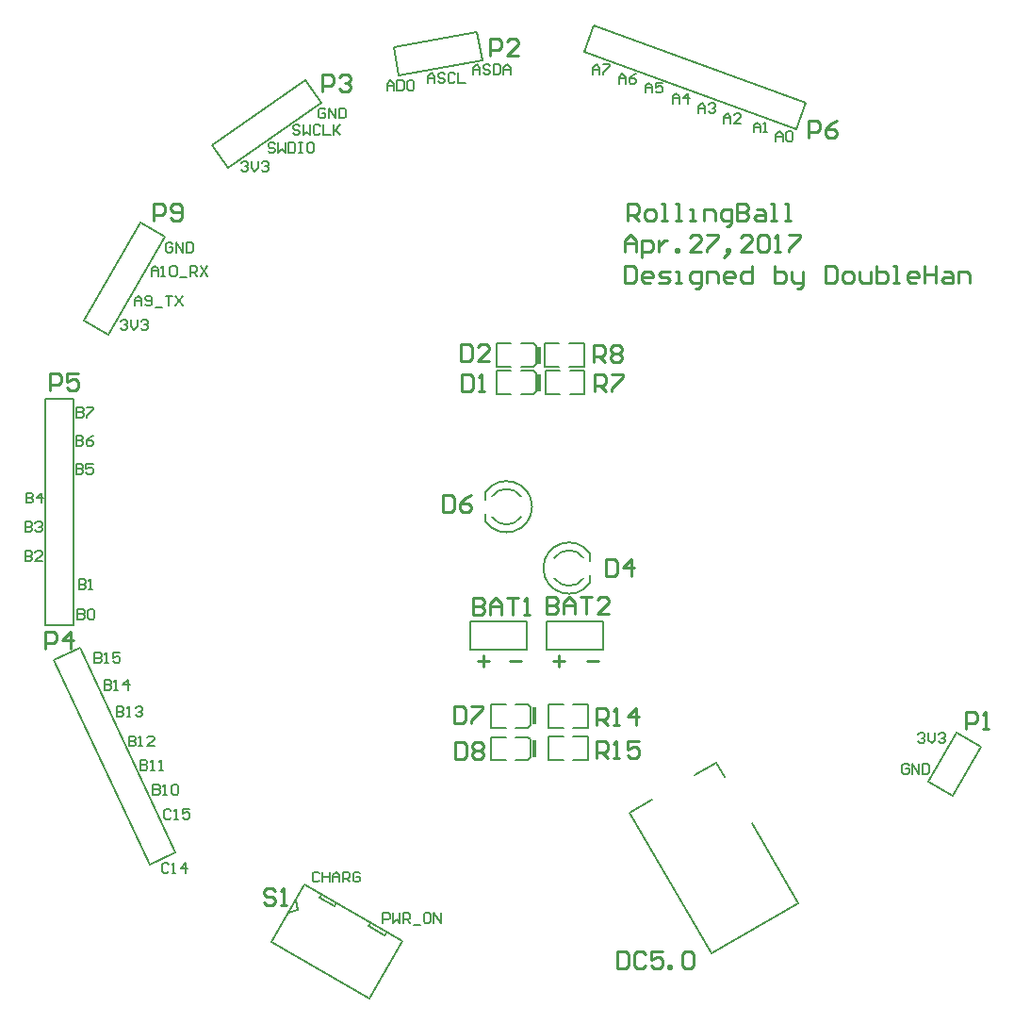
<source format=gto>
G04 Layer_Color=65535*
%FSLAX25Y25*%
%MOIN*%
G70*
G01*
G75*
%ADD11C,0.01000*%
%ADD44C,0.00787*%
%ADD45C,0.00600*%
%ADD46R,0.01181X0.06299*%
D11*
X84300Y166198D02*
Y160200D01*
X87299D01*
X88299Y161200D01*
Y165198D01*
X87299Y166198D01*
X84300D01*
X90298Y160200D02*
X92297D01*
X91298D01*
Y166198D01*
X90298Y165198D01*
X84100Y176598D02*
Y170600D01*
X87099D01*
X88099Y171600D01*
Y175598D01*
X87099Y176598D01*
X84100D01*
X94097Y170600D02*
X90098D01*
X94097Y174599D01*
Y175598D01*
X93097Y176598D01*
X91098D01*
X90098Y175598D01*
X135200Y100598D02*
Y94600D01*
X138199D01*
X139199Y95600D01*
Y99598D01*
X138199Y100598D01*
X135200D01*
X144197Y94600D02*
Y100598D01*
X141198Y97599D01*
X145197D01*
X81700Y48698D02*
Y42700D01*
X84699D01*
X85699Y43700D01*
Y47698D01*
X84699Y48698D01*
X81700D01*
X87698D02*
X91697D01*
Y47698D01*
X87698Y43700D01*
Y42700D01*
X82000Y35998D02*
Y30000D01*
X84999D01*
X85999Y31000D01*
Y34998D01*
X84999Y35998D01*
X82000D01*
X87998Y34998D02*
X88998Y35998D01*
X90997D01*
X91997Y34998D01*
Y33999D01*
X90997Y32999D01*
X91997Y31999D01*
Y31000D01*
X90997Y30000D01*
X88998D01*
X87998Y31000D01*
Y31999D01*
X88998Y32999D01*
X87998Y33999D01*
Y34998D01*
X88998Y32999D02*
X90997D01*
X139300Y-37802D02*
Y-43800D01*
X142299D01*
X143299Y-42800D01*
Y-38802D01*
X142299Y-37802D01*
X139300D01*
X149297Y-38802D02*
X148297Y-37802D01*
X146298D01*
X145298Y-38802D01*
Y-42800D01*
X146298Y-43800D01*
X148297D01*
X149297Y-42800D01*
X155295Y-37802D02*
X151296D01*
Y-40801D01*
X153296Y-39801D01*
X154295D01*
X155295Y-40801D01*
Y-42800D01*
X154295Y-43800D01*
X152296D01*
X151296Y-42800D01*
X157294Y-43800D02*
Y-42800D01*
X158294D01*
Y-43800D01*
X157294D01*
X162293Y-38802D02*
X163292Y-37802D01*
X165292D01*
X166291Y-38802D01*
Y-42800D01*
X165292Y-43800D01*
X163292D01*
X162293Y-42800D01*
Y-38802D01*
X262700Y40800D02*
Y46798D01*
X265699D01*
X266699Y45798D01*
Y43799D01*
X265699Y42799D01*
X262700D01*
X268698Y40800D02*
X270697D01*
X269698D01*
Y46798D01*
X268698Y45798D01*
X94300Y278900D02*
Y284898D01*
X97299D01*
X98299Y283898D01*
Y281899D01*
X97299Y280899D01*
X94300D01*
X104297Y278900D02*
X100298D01*
X104297Y282899D01*
Y283898D01*
X103297Y284898D01*
X101298D01*
X100298Y283898D01*
X35000Y266100D02*
Y272098D01*
X37999D01*
X38999Y271098D01*
Y269099D01*
X37999Y268099D01*
X35000D01*
X40998Y271098D02*
X41998Y272098D01*
X43997D01*
X44997Y271098D01*
Y270099D01*
X43997Y269099D01*
X42997D01*
X43997D01*
X44997Y268099D01*
Y267100D01*
X43997Y266100D01*
X41998D01*
X40998Y267100D01*
X-63200Y69100D02*
Y75098D01*
X-60201D01*
X-59201Y74098D01*
Y72099D01*
X-60201Y71099D01*
X-63200D01*
X-54203Y69100D02*
Y75098D01*
X-57202Y72099D01*
X-53203D01*
X-61400Y160500D02*
Y166498D01*
X-58401D01*
X-57401Y165498D01*
Y163499D01*
X-58401Y162499D01*
X-61400D01*
X-51403Y166498D02*
X-55402D01*
Y163499D01*
X-53403Y164499D01*
X-52403D01*
X-51403Y163499D01*
Y161500D01*
X-52403Y160500D01*
X-54402D01*
X-55402Y161500D01*
X206900Y249600D02*
Y255598D01*
X209899D01*
X210899Y254598D01*
Y252599D01*
X209899Y251599D01*
X206900D01*
X216897Y255598D02*
X214897Y254598D01*
X212898Y252599D01*
Y250600D01*
X213898Y249600D01*
X215897D01*
X216897Y250600D01*
Y251599D01*
X215897Y252599D01*
X212898D01*
X114200Y87298D02*
Y81300D01*
X117199D01*
X118199Y82300D01*
Y83299D01*
X117199Y84299D01*
X114200D01*
X117199D01*
X118199Y85299D01*
Y86298D01*
X117199Y87298D01*
X114200D01*
X120198Y81300D02*
Y85299D01*
X122197Y87298D01*
X124197Y85299D01*
Y81300D01*
Y84299D01*
X120198D01*
X126196Y87298D02*
X130195D01*
X128196D01*
Y81300D01*
X136193D02*
X132194D01*
X136193Y85299D01*
Y86298D01*
X135193Y87298D01*
X133194D01*
X132194Y86298D01*
X88200Y87098D02*
Y81100D01*
X91199D01*
X92199Y82100D01*
Y83099D01*
X91199Y84099D01*
X88200D01*
X91199D01*
X92199Y85099D01*
Y86098D01*
X91199Y87098D01*
X88200D01*
X94198Y81100D02*
Y85099D01*
X96197Y87098D01*
X98197Y85099D01*
Y81100D01*
Y84099D01*
X94198D01*
X100196Y87098D02*
X104195D01*
X102196D01*
Y81100D01*
X106194D02*
X108194D01*
X107194D01*
Y87098D01*
X106194Y86098D01*
X131400Y160100D02*
Y166098D01*
X134399D01*
X135399Y165098D01*
Y163099D01*
X134399Y162099D01*
X131400D01*
X133399D02*
X135399Y160100D01*
X137398Y166098D02*
X141397D01*
Y165098D01*
X137398Y161100D01*
Y160100D01*
X131000Y170400D02*
Y176398D01*
X133999D01*
X134999Y175398D01*
Y173399D01*
X133999Y172399D01*
X131000D01*
X132999D02*
X134999Y170400D01*
X136998Y175398D02*
X137998Y176398D01*
X139997D01*
X140997Y175398D01*
Y174399D01*
X139997Y173399D01*
X140997Y172399D01*
Y171400D01*
X139997Y170400D01*
X137998D01*
X136998Y171400D01*
Y172399D01*
X137998Y173399D01*
X136998Y174399D01*
Y175398D01*
X137998Y173399D02*
X139997D01*
X131800Y42200D02*
Y48198D01*
X134799D01*
X135799Y47198D01*
Y45199D01*
X134799Y44199D01*
X131800D01*
X133799D02*
X135799Y42200D01*
X137798D02*
X139797D01*
X138798D01*
Y48198D01*
X137798Y47198D01*
X145796Y42200D02*
Y48198D01*
X142796Y45199D01*
X146795D01*
X132100Y30500D02*
Y36498D01*
X135099D01*
X136099Y35498D01*
Y33499D01*
X135099Y32499D01*
X132100D01*
X134099D02*
X136099Y30500D01*
X138098D02*
X140097D01*
X139098D01*
Y36498D01*
X138098Y35498D01*
X147095Y36498D02*
X143096D01*
Y33499D01*
X145096Y34499D01*
X146096D01*
X147095Y33499D01*
Y31500D01*
X146096Y30500D01*
X144096D01*
X143096Y31500D01*
X18299Y-16602D02*
X17299Y-15602D01*
X15300D01*
X14300Y-16602D01*
Y-17601D01*
X15300Y-18601D01*
X17299D01*
X18299Y-19601D01*
Y-20600D01*
X17299Y-21600D01*
X15300D01*
X14300Y-20600D01*
X20298Y-21600D02*
X22297D01*
X21298D01*
Y-15602D01*
X20298Y-16602D01*
X-24800Y220500D02*
Y226498D01*
X-21801D01*
X-20801Y225498D01*
Y223499D01*
X-21801Y222499D01*
X-24800D01*
X-18802Y221500D02*
X-17802Y220500D01*
X-15803D01*
X-14803Y221500D01*
Y225498D01*
X-15803Y226498D01*
X-17802D01*
X-18802Y225498D01*
Y224499D01*
X-17802Y223499D01*
X-14803D01*
X77600Y123298D02*
Y117300D01*
X80599D01*
X81599Y118300D01*
Y122298D01*
X80599Y123298D01*
X77600D01*
X87597D02*
X85597Y122298D01*
X83598Y120299D01*
Y118300D01*
X84598Y117300D01*
X86597D01*
X87597Y118300D01*
Y119299D01*
X86597Y120299D01*
X83598D01*
X142800Y220300D02*
Y226298D01*
X145799D01*
X146799Y225298D01*
Y223299D01*
X145799Y222299D01*
X142800D01*
X144799D02*
X146799Y220300D01*
X149798D02*
X151797D01*
X152797Y221300D01*
Y223299D01*
X151797Y224299D01*
X149798D01*
X148798Y223299D01*
Y221300D01*
X149798Y220300D01*
X154796D02*
X156796D01*
X155796D01*
Y226298D01*
X154796D01*
X159794Y220300D02*
X161794D01*
X160794D01*
Y226298D01*
X159794D01*
X164793Y220300D02*
X166792D01*
X165793D01*
Y224299D01*
X164793D01*
X169791Y220300D02*
Y224299D01*
X172790D01*
X173790Y223299D01*
Y220300D01*
X177789Y218301D02*
X178788D01*
X179788Y219300D01*
Y224299D01*
X176789D01*
X175789Y223299D01*
Y221300D01*
X176789Y220300D01*
X179788D01*
X181787Y226298D02*
Y220300D01*
X184786D01*
X185786Y221300D01*
Y222299D01*
X184786Y223299D01*
X181787D01*
X184786D01*
X185786Y224299D01*
Y225298D01*
X184786Y226298D01*
X181787D01*
X188785Y224299D02*
X190785D01*
X191784Y223299D01*
Y220300D01*
X188785D01*
X187785Y221300D01*
X188785Y222299D01*
X191784D01*
X193783Y220300D02*
X195783D01*
X194783D01*
Y226298D01*
X193783D01*
X198782Y220300D02*
X200781D01*
X199782D01*
Y226298D01*
X198782D01*
X141900Y204298D02*
Y198300D01*
X144899D01*
X145899Y199300D01*
Y203298D01*
X144899Y204298D01*
X141900D01*
X150897Y198300D02*
X148898D01*
X147898Y199300D01*
Y201299D01*
X148898Y202299D01*
X150897D01*
X151897Y201299D01*
Y200299D01*
X147898D01*
X153896Y198300D02*
X156895D01*
X157895Y199300D01*
X156895Y200299D01*
X154896D01*
X153896Y201299D01*
X154896Y202299D01*
X157895D01*
X159894Y198300D02*
X161893D01*
X160894D01*
Y202299D01*
X159894D01*
X166892Y196301D02*
X167892D01*
X168891Y197300D01*
Y202299D01*
X165892D01*
X164893Y201299D01*
Y199300D01*
X165892Y198300D01*
X168891D01*
X170891D02*
Y202299D01*
X173890D01*
X174889Y201299D01*
Y198300D01*
X179888D02*
X177888D01*
X176889Y199300D01*
Y201299D01*
X177888Y202299D01*
X179888D01*
X180887Y201299D01*
Y200299D01*
X176889D01*
X186885Y204298D02*
Y198300D01*
X183886D01*
X182887Y199300D01*
Y201299D01*
X183886Y202299D01*
X186885D01*
X194883Y204298D02*
Y198300D01*
X197882D01*
X198882Y199300D01*
Y200299D01*
Y201299D01*
X197882Y202299D01*
X194883D01*
X200881D02*
Y199300D01*
X201881Y198300D01*
X204880D01*
Y197300D01*
X203880Y196301D01*
X202880D01*
X204880Y198300D02*
Y202299D01*
X212877Y204298D02*
Y198300D01*
X215876D01*
X216876Y199300D01*
Y203298D01*
X215876Y204298D01*
X212877D01*
X219875Y198300D02*
X221874D01*
X222874Y199300D01*
Y201299D01*
X221874Y202299D01*
X219875D01*
X218875Y201299D01*
Y199300D01*
X219875Y198300D01*
X224873Y202299D02*
Y199300D01*
X225873Y198300D01*
X228872D01*
Y202299D01*
X230871Y204298D02*
Y198300D01*
X233870D01*
X234870Y199300D01*
Y200299D01*
Y201299D01*
X233870Y202299D01*
X230871D01*
X236869Y198300D02*
X238869D01*
X237869D01*
Y204298D01*
X236869D01*
X244867Y198300D02*
X242867D01*
X241868Y199300D01*
Y201299D01*
X242867Y202299D01*
X244867D01*
X245866Y201299D01*
Y200299D01*
X241868D01*
X247866Y204298D02*
Y198300D01*
Y201299D01*
X251864D01*
Y204298D01*
Y198300D01*
X254864Y202299D02*
X256863D01*
X257862Y201299D01*
Y198300D01*
X254864D01*
X253864Y199300D01*
X254864Y200299D01*
X257862D01*
X259862Y198300D02*
Y202299D01*
X262861D01*
X263861Y201299D01*
Y198300D01*
X141900Y209500D02*
Y213499D01*
X143899Y215498D01*
X145899Y213499D01*
Y209500D01*
Y212499D01*
X141900D01*
X147898Y207501D02*
Y213499D01*
X150897D01*
X151897Y212499D01*
Y210500D01*
X150897Y209500D01*
X147898D01*
X153896Y213499D02*
Y209500D01*
Y211499D01*
X154896Y212499D01*
X155895Y213499D01*
X156895D01*
X159894Y209500D02*
Y210500D01*
X160894D01*
Y209500D01*
X159894D01*
X168891D02*
X164893D01*
X168891Y213499D01*
Y214498D01*
X167892Y215498D01*
X165892D01*
X164893Y214498D01*
X170891Y215498D02*
X174889D01*
Y214498D01*
X170891Y210500D01*
Y209500D01*
X177888Y208500D02*
X178888Y209500D01*
Y210500D01*
X177888D01*
Y209500D01*
X178888D01*
X177888Y208500D01*
X176889Y207501D01*
X186885Y209500D02*
X182887D01*
X186885Y213499D01*
Y214498D01*
X185886Y215498D01*
X183886D01*
X182887Y214498D01*
X188885D02*
X189884Y215498D01*
X191884D01*
X192884Y214498D01*
Y210500D01*
X191884Y209500D01*
X189884D01*
X188885Y210500D01*
Y214498D01*
X194883Y209500D02*
X196882D01*
X195882D01*
Y215498D01*
X194883Y214498D01*
X199881Y215498D02*
X203880D01*
Y214498D01*
X199881Y210500D01*
Y209500D01*
X89800Y64899D02*
X93799D01*
X91799Y66898D02*
Y62900D01*
X116600Y64899D02*
X120599D01*
X118599Y66898D02*
Y62900D01*
X128500Y64899D02*
X132499D01*
X101400D02*
X105399D01*
D44*
X94940Y115688D02*
G03*
X105261Y115688I5161J3612D01*
G01*
X92566Y114277D02*
G03*
X92566Y124323I7534J5023D01*
G01*
X105261Y122912D02*
G03*
X94940Y122912I-5161J-3612D01*
G01*
X127360Y101212D02*
G03*
X117040Y101212I-5161J-3612D01*
G01*
X129734Y102623D02*
G03*
X129734Y92577I-7534J-5023D01*
G01*
X117040Y93988D02*
G03*
X127360Y93988I5161J3612D01*
G01*
X96531Y159125D02*
Y167275D01*
X110468Y160050D02*
Y166350D01*
X96531Y167275D02*
X101728D01*
X96531Y159125D02*
X101728D01*
X105272D02*
X109602D01*
X110468Y160050D01*
X109543Y167275D02*
X110468Y166350D01*
X105272Y167275D02*
X109543D01*
X96531Y168825D02*
Y176975D01*
X110468Y169750D02*
Y176050D01*
X96531Y176975D02*
X101728D01*
X96531Y168825D02*
X101728D01*
X105272D02*
X109602D01*
X110468Y169750D01*
X109543Y176975D02*
X110468Y176050D01*
X105272Y176975D02*
X109543D01*
X113831Y159225D02*
Y167375D01*
X127769Y159225D02*
Y167375D01*
X122572D02*
X127769D01*
X113831D02*
X119028D01*
X113831Y159225D02*
X119028D01*
X122572D02*
X127769D01*
X113531Y168825D02*
Y176975D01*
X127469Y168825D02*
Y176975D01*
X122272D02*
X127469D01*
X113531D02*
X118728D01*
X113531Y168825D02*
X118728D01*
X122272D02*
X127469D01*
X92566Y114254D02*
Y116777D01*
Y121800D02*
Y124323D01*
X129734Y100123D02*
Y102646D01*
Y92577D02*
Y95100D01*
X87400Y78700D02*
X107400D01*
X87400Y68700D02*
Y78700D01*
Y68700D02*
X107400D01*
Y78700D01*
X114400D02*
X134400D01*
X114400Y68700D02*
Y78700D01*
Y68700D02*
X134400D01*
Y78700D01*
X94631Y29725D02*
Y37875D01*
X108569Y30650D02*
Y36950D01*
X94631Y37875D02*
X99828D01*
X94631Y29725D02*
X99828D01*
X103372D02*
X107702D01*
X108569Y30650D01*
X107643Y37875D02*
X108569Y36950D01*
X103372Y37875D02*
X107643D01*
X94631Y41225D02*
Y49375D01*
X108569Y42150D02*
Y48450D01*
X94631Y49375D02*
X99828D01*
X94631Y41225D02*
X99828D01*
X103372D02*
X107702D01*
X108569Y42150D01*
X107643Y49375D02*
X108569Y48450D01*
X103372Y49375D02*
X107643D01*
X114931Y29825D02*
Y37975D01*
X128868Y29825D02*
Y37975D01*
X123672D02*
X128868D01*
X114931D02*
X120128D01*
X114931Y29825D02*
X120128D01*
X123672D02*
X128868D01*
X186804Y7328D02*
X203143Y-20971D01*
X174403Y28808D02*
X177393Y23629D01*
X166561Y24281D02*
X174403Y28808D01*
X172457Y-38688D02*
X203143Y-20971D01*
X143717Y11092D02*
X172457Y-38688D01*
X143717Y11092D02*
X151559Y15619D01*
X115032Y41225D02*
Y49375D01*
X128969Y41225D02*
Y49375D01*
X123772D02*
X128969D01*
X115032D02*
X120228D01*
X115032Y41225D02*
X120228D01*
X123772D02*
X128969D01*
X258030Y17010D02*
X268030Y34330D01*
X259370Y39330D02*
X268030Y34330D01*
X249370Y22010D02*
X259370Y39330D01*
X249370Y22010D02*
X258030Y17010D01*
X23030Y-24165D02*
X26445Y-23250D01*
X25530Y-19835D02*
X26445Y-23250D01*
X17030Y-34557D02*
X28780Y-14206D01*
X63420Y-34206D01*
X17030Y-34557D02*
X51670Y-54557D01*
X63420Y-34206D01*
X51412Y-29005D02*
X57041Y-32255D01*
X51412Y-29005D02*
X52162Y-27706D01*
X57041Y-32255D02*
X57791Y-30956D01*
X39288Y-22005D02*
X40038Y-20706D01*
X34092Y-19005D02*
X39288Y-22005D01*
X34092Y-19005D02*
X34842Y-17706D01*
X-59928Y65260D02*
X-26118Y-7245D01*
X-17055Y-3018D01*
X-50865Y69486D02*
X-17055Y-3018D01*
X-59928Y65260D02*
X-50865Y69486D01*
X-63200Y77500D02*
Y157500D01*
Y77500D02*
X-53200D01*
Y157500D01*
X-63200Y157500D02*
X-53200Y157500D01*
X-49330Y184970D02*
X-40670Y179970D01*
X-49330Y184970D02*
X-29330Y219611D01*
X-40670Y179970D02*
X-20670Y214611D01*
X-29330Y219611D02*
X-20670Y214611D01*
X-3964Y247228D02*
X1772Y239036D01*
X-3964Y247228D02*
X28802Y270171D01*
X1772Y239036D02*
X34538Y261979D01*
X28802Y270171D02*
X34538Y261979D01*
X61944Y271908D02*
X91488Y277117D01*
X89752Y286965D02*
X91488Y277117D01*
X60208Y281756D02*
X89752Y286965D01*
X60208Y281756D02*
X61944Y271908D01*
X127513Y280053D02*
X202688Y252691D01*
X206109Y262088D01*
X130933Y289450D02*
X206109Y262088D01*
X127513Y280053D02*
X130933Y289450D01*
D45*
X-31300Y190300D02*
Y192699D01*
X-30100Y193899D01*
X-28901Y192699D01*
Y190300D01*
Y192099D01*
X-31300D01*
X-27701Y190900D02*
X-27101Y190300D01*
X-25902D01*
X-25302Y190900D01*
Y193299D01*
X-25902Y193899D01*
X-27101D01*
X-27701Y193299D01*
Y192699D01*
X-27101Y192099D01*
X-25302D01*
X-24102Y189700D02*
X-21703D01*
X-20504Y193899D02*
X-18104D01*
X-19304D01*
Y190300D01*
X-16905Y193899D02*
X-14505Y190300D01*
Y193899D02*
X-16905Y190300D01*
X-25500Y200900D02*
Y203299D01*
X-24300Y204499D01*
X-23101Y203299D01*
Y200900D01*
Y202699D01*
X-25500D01*
X-21901Y200900D02*
X-20702D01*
X-21301D01*
Y204499D01*
X-21901Y203899D01*
X-18902D02*
X-18302Y204499D01*
X-17103D01*
X-16503Y203899D01*
Y201500D01*
X-17103Y200900D01*
X-18302D01*
X-18902Y201500D01*
Y203899D01*
X-15303Y200300D02*
X-12904D01*
X-11704Y200900D02*
Y204499D01*
X-9905D01*
X-9305Y203899D01*
Y202699D01*
X-9905Y202100D01*
X-11704D01*
X-10505D02*
X-9305Y200900D01*
X-8106Y204499D02*
X-5706Y200900D01*
Y204499D02*
X-8106Y200900D01*
X-18001Y212199D02*
X-18601Y212799D01*
X-19800D01*
X-20400Y212199D01*
Y209800D01*
X-19800Y209200D01*
X-18601D01*
X-18001Y209800D01*
Y210999D01*
X-19200D01*
X-16801Y209200D02*
Y212799D01*
X-14402Y209200D01*
Y212799D01*
X-13202D02*
Y209200D01*
X-11403D01*
X-10803Y209800D01*
Y212199D01*
X-11403Y212799D01*
X-13202D01*
X-36400Y184799D02*
X-35800Y185399D01*
X-34601D01*
X-34001Y184799D01*
Y184199D01*
X-34601Y183599D01*
X-35200D01*
X-34601D01*
X-34001Y183000D01*
Y182400D01*
X-34601Y181800D01*
X-35800D01*
X-36400Y182400D01*
X-32801Y185399D02*
Y183000D01*
X-31602Y181800D01*
X-30402Y183000D01*
Y185399D01*
X-29202Y184799D02*
X-28602Y185399D01*
X-27403D01*
X-26803Y184799D01*
Y184199D01*
X-27403Y183599D01*
X-28003D01*
X-27403D01*
X-26803Y183000D01*
Y182400D01*
X-27403Y181800D01*
X-28602D01*
X-29202Y182400D01*
X6300Y240799D02*
X6900Y241399D01*
X8099D01*
X8699Y240799D01*
Y240199D01*
X8099Y239599D01*
X7500D01*
X8099D01*
X8699Y239000D01*
Y238400D01*
X8099Y237800D01*
X6900D01*
X6300Y238400D01*
X9899Y241399D02*
Y239000D01*
X11098Y237800D01*
X12298Y239000D01*
Y241399D01*
X13498Y240799D02*
X14097Y241399D01*
X15297D01*
X15897Y240799D01*
Y240199D01*
X15297Y239599D01*
X14697D01*
X15297D01*
X15897Y239000D01*
Y238400D01*
X15297Y237800D01*
X14097D01*
X13498Y238400D01*
X36099Y259599D02*
X35499Y260199D01*
X34300D01*
X33700Y259599D01*
Y257200D01*
X34300Y256600D01*
X35499D01*
X36099Y257200D01*
Y258399D01*
X34900D01*
X37299Y256600D02*
Y260199D01*
X39698Y256600D01*
Y260199D01*
X40898D02*
Y256600D01*
X42697D01*
X43297Y257200D01*
Y259599D01*
X42697Y260199D01*
X40898D01*
X18199Y247399D02*
X17599Y247999D01*
X16400D01*
X15800Y247399D01*
Y246799D01*
X16400Y246199D01*
X17599D01*
X18199Y245600D01*
Y245000D01*
X17599Y244400D01*
X16400D01*
X15800Y245000D01*
X19399Y247999D02*
Y244400D01*
X20598Y245600D01*
X21798Y244400D01*
Y247999D01*
X22998D02*
Y244400D01*
X24797D01*
X25397Y245000D01*
Y247399D01*
X24797Y247999D01*
X22998D01*
X26597D02*
X27796D01*
X27196D01*
Y244400D01*
X26597D01*
X27796D01*
X31395Y247999D02*
X30195D01*
X29596Y247399D01*
Y245000D01*
X30195Y244400D01*
X31395D01*
X31995Y245000D01*
Y247399D01*
X31395Y247999D01*
X26999Y253699D02*
X26399Y254299D01*
X25200D01*
X24600Y253699D01*
Y253099D01*
X25200Y252499D01*
X26399D01*
X26999Y251900D01*
Y251300D01*
X26399Y250700D01*
X25200D01*
X24600Y251300D01*
X28199Y254299D02*
Y250700D01*
X29399Y251900D01*
X30598Y250700D01*
Y254299D01*
X34197Y253699D02*
X33597Y254299D01*
X32397D01*
X31798Y253699D01*
Y251300D01*
X32397Y250700D01*
X33597D01*
X34197Y251300D01*
X35397Y254299D02*
Y250700D01*
X37796D01*
X38995Y254299D02*
Y250700D01*
Y251900D01*
X41395Y254299D01*
X39595Y252499D01*
X41395Y250700D01*
X57800Y266400D02*
Y268799D01*
X59000Y269999D01*
X60199Y268799D01*
Y266400D01*
Y268199D01*
X57800D01*
X61399Y269999D02*
Y266400D01*
X63198D01*
X63798Y267000D01*
Y269399D01*
X63198Y269999D01*
X61399D01*
X64998Y269399D02*
X65597Y269999D01*
X66797D01*
X67397Y269399D01*
Y267000D01*
X66797Y266400D01*
X65597D01*
X64998Y267000D01*
Y269399D01*
X72300Y269000D02*
Y271399D01*
X73500Y272599D01*
X74699Y271399D01*
Y269000D01*
Y270799D01*
X72300D01*
X78298Y271999D02*
X77698Y272599D01*
X76499D01*
X75899Y271999D01*
Y271399D01*
X76499Y270799D01*
X77698D01*
X78298Y270200D01*
Y269600D01*
X77698Y269000D01*
X76499D01*
X75899Y269600D01*
X81897Y271999D02*
X81297Y272599D01*
X80098D01*
X79498Y271999D01*
Y269600D01*
X80098Y269000D01*
X81297D01*
X81897Y269600D01*
X83096Y272599D02*
Y269000D01*
X85496D01*
X88300Y272000D02*
Y274399D01*
X89500Y275599D01*
X90699Y274399D01*
Y272000D01*
Y273799D01*
X88300D01*
X94298Y274999D02*
X93698Y275599D01*
X92499D01*
X91899Y274999D01*
Y274399D01*
X92499Y273799D01*
X93698D01*
X94298Y273200D01*
Y272600D01*
X93698Y272000D01*
X92499D01*
X91899Y272600D01*
X95498Y275599D02*
Y272000D01*
X97297D01*
X97897Y272600D01*
Y274999D01*
X97297Y275599D01*
X95498D01*
X99097Y272000D02*
Y274399D01*
X100296Y275599D01*
X101496Y274399D01*
Y272000D01*
Y273799D01*
X99097D01*
X245700Y38699D02*
X246300Y39299D01*
X247499D01*
X248099Y38699D01*
Y38099D01*
X247499Y37499D01*
X246900D01*
X247499D01*
X248099Y36900D01*
Y36300D01*
X247499Y35700D01*
X246300D01*
X245700Y36300D01*
X249299Y39299D02*
Y36900D01*
X250499Y35700D01*
X251698Y36900D01*
Y39299D01*
X252898Y38699D02*
X253498Y39299D01*
X254697D01*
X255297Y38699D01*
Y38099D01*
X254697Y37499D01*
X254097D01*
X254697D01*
X255297Y36900D01*
Y36300D01*
X254697Y35700D01*
X253498D01*
X252898Y36300D01*
X242499Y27799D02*
X241899Y28399D01*
X240700D01*
X240100Y27799D01*
Y25400D01*
X240700Y24800D01*
X241899D01*
X242499Y25400D01*
Y26599D01*
X241300D01*
X243699Y24800D02*
Y28399D01*
X246098Y24800D01*
Y28399D01*
X247298D02*
Y24800D01*
X249097D01*
X249697Y25400D01*
Y27799D01*
X249097Y28399D01*
X247298D01*
X56400Y-27900D02*
Y-24301D01*
X58199D01*
X58799Y-24901D01*
Y-26101D01*
X58199Y-26700D01*
X56400D01*
X59999Y-24301D02*
Y-27900D01*
X61199Y-26700D01*
X62398Y-27900D01*
Y-24301D01*
X63598Y-27900D02*
Y-24301D01*
X65397D01*
X65997Y-24901D01*
Y-26101D01*
X65397Y-26700D01*
X63598D01*
X64797D02*
X65997Y-27900D01*
X67197Y-28500D02*
X69596D01*
X72595Y-24301D02*
X71395D01*
X70795Y-24901D01*
Y-27300D01*
X71395Y-27900D01*
X72595D01*
X73195Y-27300D01*
Y-24901D01*
X72595Y-24301D01*
X74394Y-27900D02*
Y-24301D01*
X76793Y-27900D01*
Y-24301D01*
X33899Y-10401D02*
X33299Y-9801D01*
X32100D01*
X31500Y-10401D01*
Y-12800D01*
X32100Y-13400D01*
X33299D01*
X33899Y-12800D01*
X35099Y-9801D02*
Y-13400D01*
Y-11601D01*
X37498D01*
Y-9801D01*
Y-13400D01*
X38698D02*
Y-11001D01*
X39897Y-9801D01*
X41097Y-11001D01*
Y-13400D01*
Y-11601D01*
X38698D01*
X42296Y-13400D02*
Y-9801D01*
X44096D01*
X44696Y-10401D01*
Y-11601D01*
X44096Y-12200D01*
X42296D01*
X43496D02*
X44696Y-13400D01*
X48295Y-10401D02*
X47695Y-9801D01*
X46495D01*
X45895Y-10401D01*
Y-12800D01*
X46495Y-13400D01*
X47695D01*
X48295Y-12800D01*
Y-11601D01*
X47095D01*
X-45600Y67699D02*
Y64100D01*
X-43801D01*
X-43201Y64700D01*
Y65300D01*
X-43801Y65899D01*
X-45600D01*
X-43801D01*
X-43201Y66499D01*
Y67099D01*
X-43801Y67699D01*
X-45600D01*
X-42001Y64100D02*
X-40802D01*
X-41401D01*
Y67699D01*
X-42001Y67099D01*
X-36603Y67699D02*
X-39002D01*
Y65899D01*
X-37802Y66499D01*
X-37203D01*
X-36603Y65899D01*
Y64700D01*
X-37203Y64100D01*
X-38402D01*
X-39002Y64700D01*
X-42200Y58099D02*
Y54500D01*
X-40401D01*
X-39801Y55100D01*
Y55700D01*
X-40401Y56299D01*
X-42200D01*
X-40401D01*
X-39801Y56899D01*
Y57499D01*
X-40401Y58099D01*
X-42200D01*
X-38601Y54500D02*
X-37402D01*
X-38001D01*
Y58099D01*
X-38601Y57499D01*
X-33803Y54500D02*
Y58099D01*
X-35602Y56299D01*
X-33203D01*
X-37700Y48599D02*
Y45000D01*
X-35901D01*
X-35301Y45600D01*
Y46200D01*
X-35901Y46799D01*
X-37700D01*
X-35901D01*
X-35301Y47399D01*
Y47999D01*
X-35901Y48599D01*
X-37700D01*
X-34101Y45000D02*
X-32901D01*
X-33501D01*
Y48599D01*
X-34101Y47999D01*
X-31102D02*
X-30502Y48599D01*
X-29303D01*
X-28703Y47999D01*
Y47399D01*
X-29303Y46799D01*
X-29902D01*
X-29303D01*
X-28703Y46200D01*
Y45600D01*
X-29303Y45000D01*
X-30502D01*
X-31102Y45600D01*
X-33500Y38199D02*
Y34600D01*
X-31701D01*
X-31101Y35200D01*
Y35800D01*
X-31701Y36399D01*
X-33500D01*
X-31701D01*
X-31101Y36999D01*
Y37599D01*
X-31701Y38199D01*
X-33500D01*
X-29901Y34600D02*
X-28701D01*
X-29301D01*
Y38199D01*
X-29901Y37599D01*
X-24503Y34600D02*
X-26902D01*
X-24503Y36999D01*
Y37599D01*
X-25103Y38199D01*
X-26302D01*
X-26902Y37599D01*
X-29300Y29799D02*
Y26200D01*
X-27501D01*
X-26901Y26800D01*
Y27400D01*
X-27501Y27999D01*
X-29300D01*
X-27501D01*
X-26901Y28599D01*
Y29199D01*
X-27501Y29799D01*
X-29300D01*
X-25701Y26200D02*
X-24502D01*
X-25101D01*
Y29799D01*
X-25701Y29199D01*
X-22702Y26200D02*
X-21502D01*
X-22102D01*
Y29799D01*
X-22702Y29199D01*
X-24900Y21099D02*
Y17500D01*
X-23101D01*
X-22501Y18100D01*
Y18700D01*
X-23101Y19299D01*
X-24900D01*
X-23101D01*
X-22501Y19899D01*
Y20499D01*
X-23101Y21099D01*
X-24900D01*
X-21301Y17500D02*
X-20102D01*
X-20701D01*
Y21099D01*
X-21301Y20499D01*
X-18302D02*
X-17702Y21099D01*
X-16503D01*
X-15903Y20499D01*
Y18100D01*
X-16503Y17500D01*
X-17702D01*
X-18302Y18100D01*
Y20499D01*
X-18601Y11899D02*
X-19201Y12499D01*
X-20400D01*
X-21000Y11899D01*
Y9500D01*
X-20400Y8900D01*
X-19201D01*
X-18601Y9500D01*
X-17401Y8900D02*
X-16202D01*
X-16801D01*
Y12499D01*
X-17401Y11899D01*
X-12003Y12499D02*
X-14402D01*
Y10699D01*
X-13203Y11299D01*
X-12603D01*
X-12003Y10699D01*
Y9500D01*
X-12603Y8900D01*
X-13802D01*
X-14402Y9500D01*
X-19401Y-7301D02*
X-20001Y-6701D01*
X-21200D01*
X-21800Y-7301D01*
Y-9700D01*
X-21200Y-10300D01*
X-20001D01*
X-19401Y-9700D01*
X-18201Y-10300D02*
X-17002D01*
X-17601D01*
Y-6701D01*
X-18201Y-7301D01*
X-13403Y-10300D02*
Y-6701D01*
X-15202Y-8501D01*
X-12803D01*
X-51600Y83099D02*
Y79500D01*
X-49801D01*
X-49201Y80100D01*
Y80700D01*
X-49801Y81299D01*
X-51600D01*
X-49801D01*
X-49201Y81899D01*
Y82499D01*
X-49801Y83099D01*
X-51600D01*
X-48001Y82499D02*
X-47401Y83099D01*
X-46202D01*
X-45602Y82499D01*
Y80100D01*
X-46202Y79500D01*
X-47401D01*
X-48001Y80100D01*
Y82499D01*
X-51200Y93599D02*
Y90000D01*
X-49401D01*
X-48801Y90600D01*
Y91200D01*
X-49401Y91799D01*
X-51200D01*
X-49401D01*
X-48801Y92399D01*
Y92999D01*
X-49401Y93599D01*
X-51200D01*
X-47601Y90000D02*
X-46402D01*
X-47001D01*
Y93599D01*
X-47601Y92999D01*
X-70200Y103599D02*
Y100000D01*
X-68401D01*
X-67801Y100600D01*
Y101200D01*
X-68401Y101799D01*
X-70200D01*
X-68401D01*
X-67801Y102399D01*
Y102999D01*
X-68401Y103599D01*
X-70200D01*
X-64202Y100000D02*
X-66601D01*
X-64202Y102399D01*
Y102999D01*
X-64802Y103599D01*
X-66001D01*
X-66601Y102999D01*
X-70200Y113999D02*
Y110400D01*
X-68401D01*
X-67801Y111000D01*
Y111600D01*
X-68401Y112199D01*
X-70200D01*
X-68401D01*
X-67801Y112799D01*
Y113399D01*
X-68401Y113999D01*
X-70200D01*
X-66601Y113399D02*
X-66001Y113999D01*
X-64802D01*
X-64202Y113399D01*
Y112799D01*
X-64802Y112199D01*
X-65402D01*
X-64802D01*
X-64202Y111600D01*
Y111000D01*
X-64802Y110400D01*
X-66001D01*
X-66601Y111000D01*
X-69800Y124199D02*
Y120600D01*
X-68001D01*
X-67401Y121200D01*
Y121800D01*
X-68001Y122399D01*
X-69800D01*
X-68001D01*
X-67401Y122999D01*
Y123599D01*
X-68001Y124199D01*
X-69800D01*
X-64402Y120600D02*
Y124199D01*
X-66201Y122399D01*
X-63802D01*
X-52200Y134399D02*
Y130800D01*
X-50401D01*
X-49801Y131400D01*
Y132000D01*
X-50401Y132599D01*
X-52200D01*
X-50401D01*
X-49801Y133199D01*
Y133799D01*
X-50401Y134399D01*
X-52200D01*
X-46202D02*
X-48601D01*
Y132599D01*
X-47401Y133199D01*
X-46802D01*
X-46202Y132599D01*
Y131400D01*
X-46802Y130800D01*
X-48001D01*
X-48601Y131400D01*
X-52100Y144499D02*
Y140900D01*
X-50301D01*
X-49701Y141500D01*
Y142100D01*
X-50301Y142699D01*
X-52100D01*
X-50301D01*
X-49701Y143299D01*
Y143899D01*
X-50301Y144499D01*
X-52100D01*
X-46102D02*
X-47302Y143899D01*
X-48501Y142699D01*
Y141500D01*
X-47901Y140900D01*
X-46702D01*
X-46102Y141500D01*
Y142100D01*
X-46702Y142699D01*
X-48501D01*
X-51900Y154499D02*
Y150900D01*
X-50101D01*
X-49501Y151500D01*
Y152100D01*
X-50101Y152699D01*
X-51900D01*
X-50101D01*
X-49501Y153299D01*
Y153899D01*
X-50101Y154499D01*
X-51900D01*
X-48301D02*
X-45902D01*
Y153899D01*
X-48301Y151500D01*
Y150900D01*
X195400Y248400D02*
Y250799D01*
X196600Y251999D01*
X197799Y250799D01*
Y248400D01*
Y250199D01*
X195400D01*
X198999Y251399D02*
X199599Y251999D01*
X200798D01*
X201398Y251399D01*
Y249000D01*
X200798Y248400D01*
X199599D01*
X198999Y249000D01*
Y251399D01*
X187500Y251600D02*
Y253999D01*
X188700Y255199D01*
X189899Y253999D01*
Y251600D01*
Y253399D01*
X187500D01*
X191099Y251600D02*
X192298D01*
X191699D01*
Y255199D01*
X191099Y254599D01*
X177000Y254800D02*
Y257199D01*
X178200Y258399D01*
X179399Y257199D01*
Y254800D01*
Y256599D01*
X177000D01*
X182998Y254800D02*
X180599D01*
X182998Y257199D01*
Y257799D01*
X182398Y258399D01*
X181199D01*
X180599Y257799D01*
X168000Y258400D02*
Y260799D01*
X169200Y261999D01*
X170399Y260799D01*
Y258400D01*
Y260199D01*
X168000D01*
X171599Y261399D02*
X172199Y261999D01*
X173398D01*
X173998Y261399D01*
Y260799D01*
X173398Y260199D01*
X172799D01*
X173398D01*
X173998Y259600D01*
Y259000D01*
X173398Y258400D01*
X172199D01*
X171599Y259000D01*
X158900Y261900D02*
Y264299D01*
X160100Y265499D01*
X161299Y264299D01*
Y261900D01*
Y263699D01*
X158900D01*
X164298Y261900D02*
Y265499D01*
X162499Y263699D01*
X164898D01*
X149200Y265600D02*
Y267999D01*
X150400Y269199D01*
X151599Y267999D01*
Y265600D01*
Y267399D01*
X149200D01*
X155198Y269199D02*
X152799D01*
Y267399D01*
X153998Y267999D01*
X154598D01*
X155198Y267399D01*
Y266200D01*
X154598Y265600D01*
X153399D01*
X152799Y266200D01*
X139900Y268800D02*
Y271199D01*
X141100Y272399D01*
X142299Y271199D01*
Y268800D01*
Y270599D01*
X139900D01*
X145898Y272399D02*
X144699Y271799D01*
X143499Y270599D01*
Y269400D01*
X144099Y268800D01*
X145298D01*
X145898Y269400D01*
Y270000D01*
X145298Y270599D01*
X143499D01*
X130600Y272100D02*
Y274499D01*
X131800Y275699D01*
X132999Y274499D01*
Y272100D01*
Y273899D01*
X130600D01*
X134199Y275699D02*
X136598D01*
Y275099D01*
X134199Y272700D01*
Y272100D01*
D46*
X111748Y163200D02*
D03*
Y172900D02*
D03*
X109848Y33800D02*
D03*
Y45300D02*
D03*
M02*

</source>
